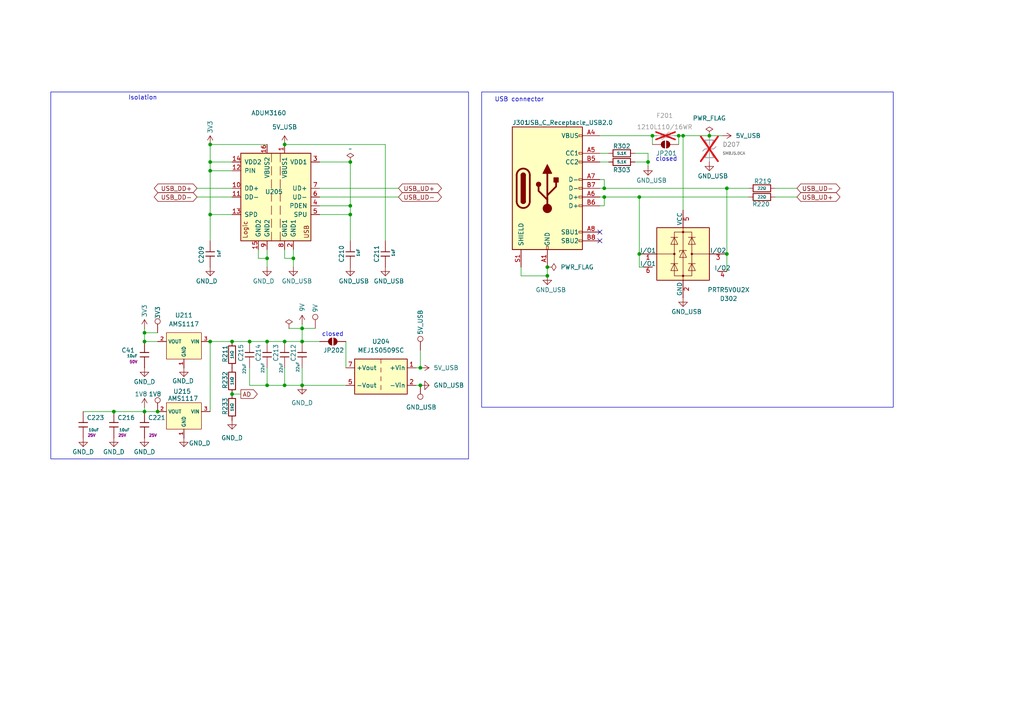
<source format=kicad_sch>
(kicad_sch (version 20250114) (generator "eeschema") (generator_version "9.0")
  (paper "A4")
  (lib_symbols
    (symbol "00_project_library:0805,1k, thinfilm" (pin_numbers (hide yes)) (pin_names (offset 0))
      (property "Reference" "R" (at 1.778 0 0))
      (property "Value" "1k" (at 0 0 90))
      (symbol "0805,1k, thinfilm_1_1"
        (pin passive line (at 0 3.81 270) (length 1.27) (name "~") (number "1"))
        (pin passive line (at 0 -3.81 90) (length 1.27) (name "~") (number "2"))
      )
    )
    (symbol "00_project_library:1206 22uF 25V" (pin_numbers (hide yes)) (pin_names (offset 0))
      (property "Reference" "C" (at 2.032 1.668 0))
      (property "Value" "22uF" (at 2.032 -0.3782 0))
      (property "Voltage Rated" "25V" (at 2.032 -2.0462 0))
      (symbol "1206 22uF 25V_1_1"
        (pin passive line (at 0 3.81 270) (length 3.175) (name "~") (number "1"))
        (pin passive line (at 0 -3.81 90) (length 3.175) (name "~") (number "2"))
      )
    )
    (symbol "00_project_library:3V3" (power) (pin_numbers (hide yes)) (pin_names (offset 0) (hide yes))
      (property "Value" "3V3" (at 0 3.556 0))
      (symbol "3V3_1_1"
        (pin power_in line (at 0 0 90) (length 0) (name "~") (number "1"))
      )
    )
    (symbol "00_project_library:5V_USB" (power) (pin_numbers (hide yes)) (pin_names (offset 0) (hide yes))
      (property "Value" "5V_USB" (at 0 3.556 0))
      (symbol "5V_USB_1_1"
        (pin power_in line (at 0 0 90) (length 0) (name "~") (number "1"))
      )
    )
    (symbol "00_project_library:9V" (power) (pin_numbers (hide yes)) (pin_names (offset 0) (hide yes))
      (property "Value" "9V" (at 0 3.556 0))
      (symbol "9V_1_1"
        (pin power_in line (at 0 0 90) (length 0) (name "~") (number "1"))
      )
    )
    (symbol "00_project_library:AMS1117-3.3"
      (property "Reference" "U" (at 0 8.89 0))
      (property "Value" "AMS1117" (at 0 6.35 0))
      (symbol "AMS1117-3.3_1_1"
        (pin input line (at -7.62 2.54 0) (length 2.54) (name "VIN") (number "3"))
        (pin input line (at 0 -5.08 90) (length 2.54) (name "GND") (number "1"))
        (pin power_out line (at 7.62 2.54 180) (length 2.54) (name "VOUT") (number "2"))
      )
    )
    (symbol "00_project_library:GND_D" (power) (pin_numbers (hide yes)) (pin_names (offset 0) (hide yes))
      (property "Value" "GND_D" (at 0 3.556 0))
      (symbol "GND_D_1_1"
        (pin power_in line (at 0 0 90) (length 0) (name "~") (number "1"))
      )
    )
    (symbol "00_project_library:GND_USB" (power) (pin_numbers (hide yes)) (pin_names (offset 0) (hide yes))
      (property "Value" "GND_USB" (at 0 3.556 0))
      (symbol "GND_USB_1_1"
        (pin power_in line (at 0 0 90) (length 0) (name "~") (number "1"))
      )
    )
    (symbol "00_project_library:MEJ1S0509SC"
      (property "Reference" "U" (at -7.62 6.35 0))
      (property "Value" "MEJ1S0509SC" (at -2.54 6.35 0))
      (symbol "MEJ1S0509SC_1_1"
        (pin power_in line (at -10.16 2.54 0) (length 2.54) (name "+Vin") (number "1"))
        (pin power_in line (at -10.16 -2.54 0) (length 2.54) (name "-Vin") (number "2"))
        (pin power_out line (at 10.16 2.54 180) (length 2.54) (name "+Vout") (number "7"))
        (pin power_out line (at 10.16 -2.54 180) (length 2.54) (name "-Vout") (number "5"))
      )
    )
    (symbol "00_project_library:USB_C_Receptacle_USB2.0" (pin_names (offset 1.016))
      (property "Reference" "J" (at -10.16 19.05 0))
      (property "Value" "USB_C_Receptacle_USB2.0" (at 19.05 19.05 0))
      (symbol "USB_C_Receptacle_USB2.0_1_1"
        (pin passive line (at -7.62 -22.86 90) (length 5.08) (name "SHIELD") (number "S1"))
        (pin passive line (at 0 -22.86 90) (length 5.08) (name "GND") (number "A1"))
        (pin passive line (at 0 -22.86 90) (length 5.08) (hide yes) (name "GND") (number "A12"))
        (pin passive line (at 0 -22.86 90) (length 5.08) (hide yes) (name "GND") (number "B1"))
        (pin passive line (at 0 -22.86 90) (length 5.08) (hide yes) (name "GND") (number "B12"))
        (pin passive line (at 15.24 15.24 180) (length 5.08) (name "VBUS") (number "A4"))
        (pin passive line (at 15.24 15.24 180) (length 5.08) (hide yes) (name "VBUS") (number "A9"))
        (pin passive line (at 15.24 15.24 180) (length 5.08) (hide yes) (name "VBUS") (number "B4"))
        (pin passive line (at 15.24 15.24 180) (length 5.08) (hide yes) (name "VBUS") (number "B9"))
        (pin bidirectional line (at 15.24 10.16 180) (length 5.08) (name "CC1") (number "A5"))
        (pin bidirectional line (at 15.24 7.62 180) (length 5.08) (name "CC2") (number "B5"))
        (pin bidirectional line (at 15.24 2.54 180) (length 5.08) (name "D-") (number "A7"))
        (pin bidirectional line (at 15.24 0 180) (length 5.08) (name "D-") (number "B7"))
        (pin bidirectional line (at 15.24 -2.54 180) (length 5.08) (name "D+") (number "A6"))
        (pin bidirectional line (at 15.24 -5.08 180) (length 5.08) (name "D+") (number "B6"))
        (pin bidirectional line (at 15.24 -12.7 180) (length 5.08) (name "SBU1") (number "A8"))
        (pin bidirectional line (at 15.24 -15.24 180) (length 5.08) (name "SBU2") (number "B8"))
      )
    )
    (symbol "01_rp2350:PRTR5V0U2X" (pin_names (offset 0))
      (property "Reference" "D" (at 2.794 8.636 0))
      (property "Value" "PRTR5V0U2X" (at 8.128 -9.398 0))
      (property "JLC" "C2937001" (at 0 0 0))
      (symbol "PRTR5V0U2X_1_0"
        (pin passive line (at -11.43 -3.81 0) (length 2.54) (name "I/O1") (number "6"))
        (pin passive line (at 12.7 -5.08 180) (length 2.54) (name "I/O2") (number "4"))
      )
      (symbol "PRTR5V0U2X_1_1"
        (pin passive line (at -12.7 0 0) (length 5.08) (name "I/O1") (number "1"))
        (pin passive line (at 0 12.7 270) (length 5.08) (name "VCC") (number "5"))
        (pin passive line (at 0 -12.7 90) (length 5.08) (name "GND") (number "2"))
        (pin passive line (at 12.7 0 180) (length 5.08) (name "I/O2") (number "3"))
      )
    )
    (symbol "Device:Polyfuse_Small" (pin_numbers (hide yes)) (pin_names (offset 0))
      (property "Reference" "F" (at -1.905 0 90))
      (property "Value" "Polyfuse_Small" (at 1.905 0 90))
      (symbol "Polyfuse_Small_1_1"
        (pin passive line (at 0 2.54 270) (length 0.635) (name "~") (number "1"))
        (pin passive line (at 0 -2.54 90) (length 0.635) (name "~") (number "2"))
      )
    )
    (symbol "Device:R" (pin_numbers (hide yes)) (pin_names (offset 0))
      (property "Reference" "R" (at 2.032 0 90))
      (property "Value" "R" (at 0 0 90))
      (symbol "R_1_1"
        (pin passive line (at 0 3.81 270) (length 1.27) (name "~") (number "1"))
        (pin passive line (at 0 -3.81 90) (length 1.27) (name "~") (number "2"))
      )
    )
    (symbol "Interface_USB:ADUM3160" (pin_names (offset 1.016))
      (property "Reference" "U" (at -10.16 13.97 0))
      (property "Value" "ADUM3160" (at 3.81 13.97 0))
      (symbol "ADUM3160_0_0"
        (text "Logic" (at 8.89 -12.065 900) (effects (font (size 1.27 1.27)) (justify left)))
      )
      (symbol "ADUM3160_1_0"
        (text "USB" (at -8.89 -12.065 900) (effects (font (size 1.27 1.27)) (justify left)))
      )
      (symbol "ADUM3160_1_1"
        (pin power_in line (at -12.7 10.16 0) (length 2.54) (name "VDD1") (number "3"))
        (pin bidirectional line (at -12.7 2.54 0) (length 2.54) (name "UD+") (number "7"))
        (pin bidirectional line (at -12.7 0 0) (length 2.54) (name "UD-") (number "6"))
        (pin input line (at -12.7 -2.54 0) (length 2.54) (name "PDEN") (number "4"))
        (pin input line (at -12.7 -5.08 0) (length 2.54) (name "SPU") (number "5"))
        (pin power_in line (at -5.08 -15.24 90) (length 2.54) (name "GND1") (number "2"))
        (pin power_in line (at -2.54 15.24 270) (length 2.54) (name "VBUS1") (number "1"))
        (pin power_in line (at -2.54 -15.24 90) (length 2.54) (name "GND1") (number "8"))
        (pin power_in line (at 2.54 15.24 270) (length 2.54) (name "VBUS2") (number "16"))
        (pin power_in line (at 2.54 -15.24 90) (length 2.54) (name "GND2") (number "9"))
        (pin power_in line (at 5.08 -15.24 90) (length 2.54) (name "GND2") (number "15"))
        (pin power_in line (at 12.7 10.16 180) (length 2.54) (name "VDD2") (number "14"))
        (pin input line (at 12.7 7.62 180) (length 2.54) (name "PIN") (number "12"))
        (pin bidirectional line (at 12.7 2.54 180) (length 2.54) (name "DD+") (number "10"))
        (pin bidirectional line (at 12.7 0 180) (length 2.54) (name "DD-") (number "11"))
        (pin input line (at 12.7 -5.08 180) (length 2.54) (name "SPD") (number "13"))
      )
    )
    (symbol "Jumper:SolderJumper_2_Open" (pin_numbers (hide yes)) (pin_names (offset 0) (hide yes)) (in_bom no)
      (property "Reference" "JP" (at 0 2.032 0))
      (property "Value" "SolderJumper_2_Open" (at 0 -2.54 0))
      (symbol "SolderJumper_2_Open_1_1"
        (pin passive line (at -3.81 0 0) (length 2.54) (name "A") (number "1"))
        (pin passive line (at 3.81 0 180) (length 2.54) (name "B") (number "2"))
      )
    )
    (symbol "Loetauge_fuer_Kabel_1" (pin_numbers (hide yes)) (pin_names (offset 0.762) (hide yes))
      (property "Value" "Loetauge_fuer_Kabel" (at 0 5.08 0))
      (symbol "Loetauge_fuer_Kabel_1_1_1"
        (pin passive line (at 0 0 90) (length 2.54) (name "1") (number "1"))
      )
    )
    (symbol "PCM_JLCPCB-Capacitors:0603,10uF,(2)" (pin_numbers (hide yes)) (pin_names (offset 0))
      (property "Reference" "C" (at 2.032 1.668 0))
      (property "Value" "10uF" (at 2.032 -0.3782 0))
      (property "Voltage Rated" "25V" (at 2.032 -2.0462 0))
      (symbol "0603,10uF,(2)_1_1"
        (pin passive line (at 0 3.81 270) (length 3.175) (name "~") (number "1"))
        (pin passive line (at 0 -3.81 90) (length 3.175) (name "~") (number "2"))
      )
    )
    (symbol "PCM_JLCPCB-Capacitors:0805,10uF,(2)" (pin_numbers (hide yes)) (pin_names (offset 0))
      (property "Reference" "C" (at 2.032 1.668 0))
      (property "Value" "10uF" (at 2.032 -0.3782 0))
      (property "Voltage Rated" "50V" (at 2.032 -2.0462 0))
      (symbol "0805,10uF,(2)_1_1"
        (pin passive line (at 0 3.81 270) (length 3.175) (name "~") (number "1"))
        (pin passive line (at 0 -3.81 90) (length 3.175) (name "~") (number "2"))
      )
    )
    (symbol "PCM_JLCPCB-Capacitors:0805,1uF" (pin_numbers (hide yes)) (pin_names (offset 0))
      (property "Reference" "C" (at 2.032 1.668 0))
      (property "Value" "1uF" (at 2.032 -0.3782 0))
      (property "Voltage Rated" "50V" (at 2.032 -2.0462 0))
      (symbol "0805,1uF_1_1"
        (pin passive line (at 0 3.81 270) (length 3.175) (name "~") (number "1"))
        (pin passive line (at 0 -3.81 90) (length 3.175) (name "~") (number "2"))
      )
    )
    (symbol "PCM_JLCPCB-Diodes:TVS-Bi,SMBJ5.0CA" (pin_numbers (hide yes)) (pin_names (offset 0))
      (property "Reference" "D" (at 2.032 0.834 0))
      (property "Value" "SMBJ5.0CA" (at 2.032 -1.2122 0))
      (symbol "TVS-Bi,SMBJ5.0CA_1_1"
        (pin passive line (at 0 3.81 270) (length 3.81) (name "~") (number "2"))
        (pin passive line (at 0 -3.81 90) (length 3.81) (name "~") (number "1"))
      )
    )
    (symbol "PCM_JLCPCB-Resistors:0402,22Ω" (pin_numbers (hide yes)) (pin_names (offset 0))
      (property "Reference" "R" (at 1.778 0 0))
      (property "Value" "22Ω" (at 0 0 90))
      (symbol "0402,22Ω_1_1"
        (pin passive line (at 0 3.81 270) (length 1.27) (name "~") (number "1"))
        (pin passive line (at 0 -3.81 90) (length 1.27) (name "~") (number "2"))
      )
    )
    (symbol "power:PWR_FLAG" (power) (pin_numbers (hide yes)) (pin_names (offset 0) (hide yes))
      (property "Value" "PWR_FLAG" (at 0 3.81 0))
      (symbol "PWR_FLAG_0_0"
        (pin power_out line (at 0 0 90) (length 0) (name "~") (number "1"))
      )
    )
  )
  (rectangle (start 139.7 26.67) (end 259.08 118.11))
  (rectangle (start 14.732 26.67) (end 135.89 133.096))
  (text "closed" (at 193.294 46.228 0) (effects (font (size 1.27 1.27))))
  (text "USB connector" (at 150.622 28.956 0) (effects (font (size 1.27 1.27))))
  (text "closed" (at 96.52 97.028 0) (effects (font (size 1.27 1.27))))
  (text "Isolation" (at 41.402 28.448 0) (effects (font (size 1.27 1.27))))
  (junction (at 101.6 59.69))
  (junction (at 175.26 57.15))
  (junction (at 87.63 111.76))
  (junction (at 82.55 111.76))
  (junction (at 33.02 119.38))
  (junction (at 101.6 46.99))
  (junction (at 101.6 62.23))
  (junction (at 60.96 41.91))
  (junction (at 41.91 96.52))
  (junction (at 67.31 99.06))
  (junction (at 158.75 77.47))
  (junction (at 185.42 57.15))
  (junction (at 72.39 99.06))
  (junction (at 196.85 39.37))
  (junction (at 77.47 99.06))
  (junction (at 60.96 62.23))
  (junction (at 67.31 114.3))
  (junction (at 41.91 119.38))
  (junction (at 189.23 39.37))
  (junction (at 210.82 73.66))
  (junction (at 41.91 99.06))
  (junction (at 187.96 46.99))
  (junction (at 60.96 46.99))
  (junction (at 82.55 99.06))
  (junction (at 87.63 99.06))
  (junction (at 205.74 39.37))
  (junction (at 77.47 111.76))
  (junction (at 175.26 54.61))
  (junction (at 210.82 54.61))
  (junction (at 87.63 95.25))
  (junction (at 82.55 41.91))
  (junction (at 60.96 99.06))
  (junction (at 158.75 80.01))
  (junction (at 185.42 73.66))
  (junction (at 60.96 49.53))
  (junction (at 45.72 119.38))
  (junction (at 121.92 106.68))
  (junction (at 198.12 39.37))
  (junction (at 77.47 74.93))
  (junction (at 85.09 74.93))
  (junction (at 121.92 111.76))
  (no_connect (at 173.99 69.85))
  (no_connect (at 173.99 67.31))
  (wire (pts (xy 101.6 62.23) (xy 92.71 62.23)))
  (wire (pts (xy 173.99 46.99) (xy 176.53 46.99)))
  (wire (pts (xy 82.55 111.76) (xy 82.55 106.68)))
  (wire (pts (xy 87.63 95.25) (xy 91.44 95.25)))
  (wire (pts (xy 83.82 95.25) (xy 87.63 95.25)))
  (wire (pts (xy 87.63 111.76) (xy 100.33 111.76)))
  (wire (pts (xy 72.39 111.76) (xy 77.47 111.76)))
  (wire (pts (xy 87.63 93.98) (xy 87.63 95.25)))
  (wire (pts (xy 173.99 39.37) (xy 189.23 39.37)))
  (wire (pts (xy 41.91 95.25) (xy 41.91 96.52)))
  (wire (pts (xy 92.71 46.99) (xy 101.6 46.99)))
  (wire (pts (xy 184.15 46.99) (xy 187.96 46.99)))
  (wire (pts (xy 121.92 106.68) (xy 120.65 106.68)))
  (wire (pts (xy 101.6 59.69) (xy 101.6 62.23)))
  (wire (pts (xy 187.96 44.45) (xy 187.96 46.99)))
  (wire (pts (xy 196.85 39.37) (xy 196.85 41.91)))
  (wire (pts (xy 217.17 54.61) (xy 210.82 54.61)))
  (wire (pts (xy 60.96 41.91) (xy 60.96 46.99)))
  (wire (pts (xy 60.96 46.99) (xy 60.96 49.53)))
  (wire (pts (xy 173.99 54.61) (xy 175.26 54.61)))
  (wire (pts (xy 60.96 119.38) (xy 60.96 99.06)))
  (wire (pts (xy 82.55 74.93) (xy 85.09 74.93)))
  (wire (pts (xy 72.39 99.06) (xy 77.47 99.06)))
  (wire (pts (xy 82.55 72.39) (xy 82.55 74.93)))
  (wire (pts (xy 198.12 39.37) (xy 205.74 39.37)))
  (wire (pts (xy 60.96 62.23) (xy 67.31 62.23)))
  (wire (pts (xy 231.14 54.61) (xy 224.79 54.61)))
  (wire (pts (xy 196.85 39.37) (xy 198.12 39.37)))
  (wire (pts (xy 111.76 41.91) (xy 111.76 69.85)))
  (wire (pts (xy 92.71 59.69) (xy 101.6 59.69)))
  (wire (pts (xy 121.92 111.76) (xy 120.65 111.76)))
  (wire (pts (xy 87.63 111.76) (xy 87.63 106.68)))
  (wire (pts (xy 158.75 77.47) (xy 158.75 80.01)))
  (wire (pts (xy 82.55 99.06) (xy 87.63 99.06)))
  (wire (pts (xy 85.09 72.39) (xy 85.09 74.93)))
  (wire (pts (xy 60.96 49.53) (xy 67.31 49.53)))
  (wire (pts (xy 60.96 41.91) (xy 77.47 41.91)))
  (wire (pts (xy 24.13 119.38) (xy 33.02 119.38)))
  (wire (pts (xy 173.99 59.69) (xy 175.26 59.69)))
  (wire (pts (xy 41.91 96.52) (xy 45.72 96.52)))
  (wire (pts (xy 173.99 52.07) (xy 175.26 52.07)))
  (wire (pts (xy 185.42 77.47) (xy 185.42 73.66)))
  (wire (pts (xy 196.85 39.37) (xy 195.58 39.37)))
  (wire (pts (xy 33.02 119.38) (xy 41.91 119.38)))
  (wire (pts (xy 60.96 62.23) (xy 60.96 69.85)))
  (wire (pts (xy 189.23 39.37) (xy 190.5 39.37)))
  (wire (pts (xy 173.99 57.15) (xy 175.26 57.15)))
  (wire (pts (xy 151.13 77.47) (xy 151.13 80.01)))
  (wire (pts (xy 187.96 46.99) (xy 187.96 48.26)))
  (wire (pts (xy 77.47 111.76) (xy 82.55 111.76)))
  (wire (pts (xy 69.85 114.3) (xy 67.31 114.3)))
  (wire (pts (xy 231.14 57.15) (xy 224.79 57.15)))
  (wire (pts (xy 67.31 46.99) (xy 60.96 46.99)))
  (wire (pts (xy 74.93 72.39) (xy 74.93 74.93)))
  (wire (pts (xy 41.91 118.11) (xy 41.91 119.38)))
  (wire (pts (xy 210.82 73.66) (xy 210.82 78.74)))
  (wire (pts (xy 175.26 57.15) (xy 185.42 57.15)))
  (wire (pts (xy 72.39 106.68) (xy 72.39 111.76)))
  (wire (pts (xy 100.33 99.06) (xy 100.33 106.68)))
  (wire (pts (xy 87.63 95.25) (xy 87.63 99.06)))
  (wire (pts (xy 92.71 57.15) (xy 115.57 57.15)))
  (wire (pts (xy 175.26 59.69) (xy 175.26 57.15)))
  (wire (pts (xy 210.82 54.61) (xy 175.26 54.61)))
  (wire (pts (xy 101.6 46.99) (xy 101.6 59.69)))
  (wire (pts (xy 82.55 111.76) (xy 87.63 111.76)))
  (wire (pts (xy 41.91 99.06) (xy 45.72 99.06)))
  (wire (pts (xy 87.63 99.06) (xy 92.71 99.06)))
  (wire (pts (xy 121.92 101.6) (xy 121.92 106.68)))
  (wire (pts (xy 60.96 99.06) (xy 67.31 99.06)))
  (wire (pts (xy 67.31 99.06) (xy 72.39 99.06)))
  (wire (pts (xy 210.82 54.61) (xy 210.82 73.66)))
  (wire (pts (xy 57.15 54.61) (xy 67.31 54.61)))
  (wire (pts (xy 185.42 57.15) (xy 185.42 73.66)))
  (wire (pts (xy 57.15 57.15) (xy 67.31 57.15)))
  (wire (pts (xy 74.93 74.93) (xy 77.47 74.93)))
  (wire (pts (xy 175.26 52.07) (xy 175.26 54.61)))
  (wire (pts (xy 111.76 41.91) (xy 82.55 41.91)))
  (wire (pts (xy 151.13 80.01) (xy 158.75 80.01)))
  (wire (pts (xy 184.15 44.45) (xy 187.96 44.45)))
  (wire (pts (xy 41.91 96.52) (xy 41.91 99.06)))
  (wire (pts (xy 77.47 111.76) (xy 77.47 106.68)))
  (wire (pts (xy 85.09 74.93) (xy 85.09 77.47)))
  (wire (pts (xy 60.96 49.53) (xy 60.96 62.23)))
  (wire (pts (xy 41.91 119.38) (xy 45.72 119.38)))
  (wire (pts (xy 77.47 72.39) (xy 77.47 74.93)))
  (wire (pts (xy 189.23 39.37) (xy 189.23 41.91)))
  (wire (pts (xy 185.42 57.15) (xy 217.17 57.15)))
  (wire (pts (xy 198.12 39.37) (xy 198.12 60.96)))
  (wire (pts (xy 77.47 99.06) (xy 82.55 99.06)))
  (wire (pts (xy 173.99 44.45) (xy 176.53 44.45)))
  (wire (pts (xy 77.47 74.93) (xy 77.47 77.47)))
  (wire (pts (xy 101.6 62.23) (xy 101.6 69.85)))
  (wire (pts (xy 205.74 39.37) (xy 209.55 39.37)))
  (wire (pts (xy 186.69 77.47) (xy 185.42 77.47)))
  (wire (pts (xy 92.71 54.61) (xy 115.57 54.61)))
  (global_label "USB_DD-" (shape bidirectional) (at 57.15 57.15 180) (property "Intersheetrefs" "${INTERSHEET_REFS}" (effects (hide yes))))
  (global_label "USB_UD+" (shape bidirectional) (at 115.57 54.61 0) (property "Intersheetrefs" "${INTERSHEET_REFS}" (effects (hide yes))))
  (global_label "USB_UD+" (shape bidirectional) (at 231.14 57.15 0) (property "Intersheetrefs" "${INTERSHEET_REFS}" (effects (hide yes))))
  (global_label "USB_DD+" (shape bidirectional) (at 57.15 54.61 180) (property "Intersheetrefs" "${INTERSHEET_REFS}" (effects (hide yes))))
  (global_label "AD" (shape output) (at 69.85 114.3 0) (property "Intersheetrefs" "${INTERSHEET_REFS}" (effects (hide yes))))
  (global_label "USB_UD-" (shape bidirectional) (at 231.14 54.61 0) (property "Intersheetrefs" "${INTERSHEET_REFS}" (effects (hide yes))))
  (global_label "USB_UD-" (shape bidirectional) (at 115.57 57.15 0) (property "Intersheetrefs" "${INTERSHEET_REFS}" (effects (hide yes))))
  (symbol (lib_id "00_project_library:GND_USB") (at 198.12 86.36 180) (unit 1)
    (property "Reference" "#PWR0273" (effects (hide yes)))
    (property "Value" "GND_USB" (at 199.136 90.424 0))
  )
  (symbol (lib_id "00_project_library:AMS1117-3.3") (at 53.34 101.6 0) (mirror y) (unit 1)
    (property "Reference" "U211" (at 53.34 91.44 0))
    (property "Value" "AMS1117" (at 53.34 93.98 0))
    (property "Footprint" "00_project_library:SOT-223-3_TabPin2" (effects (hide yes)))
    (property "Datasheet" "https://www.lcsc.com/datasheet/lcsc_datasheet_2304140030_Advanced-Monolithic-Systems-AMS1117-3-3_C6186.pdf" (effects (hide yes)))
    (property "Description" "72dB@(120Hz) 1A Fixed 3.3V Positive electrode SOT-223 Voltage Regulators - Linear, Low Drop Out (LDO) Regulators ROHS" (effects (hide yes)))
    (property "LCSC" "C6186" (effects (hide yes)))
    (property "Price" "0.155USD" (effects (hide yes)))
    (property "Process" "SMT" (effects (hide yes)))
    (property "Attrition Qty" "0" (effects (hide yes)))
    (property "Class" "Basic Component" (effects (hide yes)))
    (property "Category" "Power Management ICs,Linear Voltage Regulators (LDO)" (effects (hide yes)))
    (property "Manufacturer" "Advanced Monolithic Systems" (effects (hide yes)))
    (property "Part" "AMS1117-3.3" (effects (hide yes)))
    (property "Number Of Outputs" "1" (effects (hide yes)))
    (property "Output Voltage" "3.3V" (effects (hide yes)))
    (property "Dropout Voltage" "1.3V@(800mA)" (effects (hide yes)))
    (property "Output Current" "1A" (effects (hide yes)))
    (property "Output Type" "Fixed" (effects (hide yes)))
    (property "Output Polarity" "Positive electrode" (effects (hide yes)))
    (property "Power Supply Rejection Ratio (Psrr)" "72dB@(120Hz)" (effects (hide yes)))
    (property "Feature" "Overcurrent Protection(OCP);Thermal Protection(TSD)" (effects (hide yes)))
  )
  (symbol (lib_id "00_project_library:GND_D") (at 53.34 127 180) (unit 1)
    (property "Reference" "#PWRGND_D0238" (effects (hide yes)))
    (property "Value" "GND_D" (at 57.912 128.524 0))
  )
  (symbol (lib_id "00_project_library:9V") (at 87.63 93.98 0) (unit 1)
    (property "Reference" "#PWR0231" (effects (hide yes)))
    (property "Value" "9V" (at 87.63 90.424 90) (effects (justify left)))
  )
  (symbol (lib_id "PCM_JLCPCB-Capacitors:0805,1uF") (at 101.6 73.66 0) (unit 1)
    (property "Reference" "C210" (at 99.06 76.2 90) (effects (justify left)))
    (property "Value" "1uF" (at 103.886 74.422 90) (effects (font (size 0.8 0.8)) (justify left)))
    (property "Footprint" "PCM_JLCPCB:C_0805" (effects (hide yes)))
    (property "Datasheet" "https://www.lcsc.com/datasheet/lcsc_datasheet_2304140030_Samsung-Electro-Mechanics-CL21B105KBFNNNE_C28323.pdf" (effects (hide yes)))
    (property "Description" "50V 1uF X7R ±10% 0805 Multilayer Ceramic Capacitors MLCC - SMD/SMT ROHS" (effects (hide yes)))
    (property "LCSC" "C28323" (effects (hide yes)))
    (property "Stock" "4413013" (effects (hide yes)))
    (property "Price" "0.011USD" (effects (hide yes)))
    (property "Process" "SMT" (effects (hide yes)))
    (property "Minimum Qty" "20" (effects (hide yes)))
    (property "Attrition Qty" "6" (effects (hide yes)))
    (property "Class" "Basic Component" (effects (hide yes)))
    (property "Category" "Capacitors,Multilayer Ceramic Capacitors MLCC - SMD/SMT" (effects (hide yes)))
    (property "Manufacturer" "Samsung Electro-Mechanics" (effects (hide yes)))
    (property "Part" "CL21B105KBFNNNE" (effects (hide yes)))
    (property "Voltage Rated" "50V" (effects (hide yes)))
    (property "Tolerance" "±10%" (effects (hide yes)))
    (property "Capacitance" "1uF" (effects (hide yes)))
    (property "Temperature Coefficient" "X7R" (effects (hide yes)))
  )
  (symbol (lib_id "00_project_library:1206 22uF 25V") (at 82.55 102.87 0) (unit 1)
    (property "Reference" "C213" (at 80.01 104.902 90) (effects (justify left)))
    (property "Value" "22uF" (at 81.534 108.204 90) (effects (font (size 0.8 0.8)) (justify left)))
    (property "Footprint" "PCM_JLCPCB:C_1206" (effects (hide yes)))
    (property "Datasheet" "https://www.lcsc.com/datasheet/lcsc_datasheet_2304140030_Samsung-Electro-Mechanics-CL31A476MPHNNNE_C96123.pdf" (effects (hide yes)))
    (property "Description" "10V 47uF X5R ±20% 1206 Multilayer Ceramic Capacitors MLCC - SMD/SMT ROHS" (effects (hide yes)))
    (property "LCSC" "C12891" (effects (hide yes)))
    (property "Part" "CL31A226KAHNNNE" (effects (hide yes)))
    (property "Voltage Rated" "25V" (effects (hide yes)))
  )
  (symbol (lib_id "00_project_library:GND_D") (at 67.31 121.92 180) (unit 1)
    (property "Reference" "#PWRGND_D0205" (effects (hide yes)))
    (property "Value" "GND_D" (at 67.31 127 0))
  )
  (symbol (lib_id "00_project_library:GND_D") (at 87.63 111.76 180) (unit 1)
    (property "Reference" "#PWRGND_D0201" (effects (hide yes)))
    (property "Value" "GND_D" (at 87.63 116.84 0))
  )
  (symbol (lib_id "00_project_library:GND_USB") (at 111.76 77.47 180) (unit 1)
    (property "Reference" "#PWR0226" (effects (hide yes)))
    (property "Value" "GND_USB" (at 112.776 81.534 0))
  )
  (symbol (lib_id "00_project_library:5V_USB") (at 82.55 41.91 0) (unit 1)
    (property "Reference" "#PWR0222" (effects (hide yes)))
    (property "Value" "5V_USB" (at 82.55 36.83 0))
  )
  (symbol (lib_id "00_project_library:3V3") (at 41.91 118.11 0) (unit 1)
    (property "Reference" "#PWR0294" (effects (hide yes)))
    (property "Value" "1V8" (at 40.894 114.3 0))
  )
  (symbol (lib_id "00_project_library:AMS1117-3.3") (at 53.34 121.92 0) (mirror y) (unit 1)
    (property "Reference" "U215" (at 52.832 113.538 0))
    (property "Value" "AMS1117" (at 53.086 115.57 0))
    (property "Footprint" "00_project_library:SOT-223-3_TabPin2" (effects (hide yes)))
    (property "LCSC" " C6185" (effects (hide yes)))
  )
  (symbol (lib_id "power:PWR_FLAG") (at 101.6 46.99 0) (unit 1)
    (property "Reference" "#FLG0306" (effects (hide yes)))
    (property "Value" "~" (at 101.6 43.18 0))
    (property "Description" "Special symbol for telling ERC where power comes from" (effects (hide yes)))
  )
  (symbol (lib_id "00_project_library:3V3") (at 41.91 95.25 0) (unit 1)
    (property "Reference" "#PWR0227" (effects (hide yes)))
    (property "Value" "3V3" (at 41.91 90.17 90))
  )
  (symbol (lib_id "PCM_JLCPCB-Capacitors:0603,10uF,(2)") (at 24.13 123.19 0) (unit 1)
    (property "Reference" "C223" (at 25.146 121.158 0) (effects (justify left)))
    (property "Value" "10uF" (at 25.654 124.714 0) (effects (font (size 0.8 0.8)) (justify left)))
    (property "Footprint" "PCM_JLCPCB:C_0603" (effects (hide yes)))
    (property "Datasheet" "https://www.lcsc.com/datasheet/lcsc_datasheet_2304140030_Samsung-Electro-Mechanics-CL10A106MA8NRNC_C96446.pdf" (effects (hide yes)))
    (property "Description" "25V 10uF X5R ±20% 0603 Multilayer Ceramic Capacitors MLCC - SMD/SMT ROHS" (effects (hide yes)))
    (property "LCSC" "C96446" (effects (hide yes)))
    (property "Stock" "2813815" (effects (hide yes)))
    (property "Price" "0.017USD" (effects (hide yes)))
    (property "Process" "SMT" (effects (hide yes)))
    (property "Minimum Qty" "20" (effects (hide yes)))
    (property "Attrition Qty" "8" (effects (hide yes)))
    (property "Class" "Basic Component" (effects (hide yes)))
    (property "Category" "Capacitors,Multilayer Ceramic Capacitors MLCC - SMD/SMT" (effects (hide yes)))
    (property "Manufacturer" "Samsung Electro-Mechanics" (effects (hide yes)))
    (property "Part" "CL10A106MA8NRNC" (effects (hide yes)))
    (property "Voltage Rated" "25V" (at 25.4 126.238 0) (effects (font (size 0.8 0.8)) (justify left)))
    (property "Tolerance" "±20%" (effects (hide yes)))
    (property "Capacitance" "10uF" (effects (hide yes)))
    (property "Temperature Coefficient" "X5R" (effects (hide yes)))
  )
  (symbol (lib_id "00_project_library:GND_USB") (at 121.92 111.76 270) (unit 1)
    (property "Reference" "#PWR0242" (effects (hide yes)))
    (property "Value" "GND_USB" (at 125.73 111.7599 90) (effects (justify left)))
  )
  (symbol (lib_id "00_project_library:0805,1k, thinfilm") (at 67.31 118.11 0) (unit 1)
    (property "Reference" "R233" (at 65.278 117.856 90))
    (property "Value" "1kΩ" (at 67.31 118.11 90) (effects (font (size 0.8 0.8))))
    (property "Footprint" "PCM_JLCPCB:R_0805" (effects (hide yes)))
    (property "JLC" "C110774" (effects (hide yes)))
  )
  (symbol (lib_id "00_project_library:GND_D") (at 33.02 127 180) (unit 1)
    (property "Reference" "#PWRGND_D0219" (effects (hide yes)))
    (property "Value" "GND_D" (at 33.02 131.064 0))
  )
  (symbol (lib_id "PCM_JLCPCB-Resistors:0402,22Ω") (at 220.98 57.15 90) (unit 1)
    (property "Reference" "R220" (at 220.726 59.182 90))
    (property "Value" "22Ω" (at 220.98 57.15 90) (effects (font (size 0.8 0.8))))
    (property "Footprint" "PCM_JLCPCB:R_0402" (effects (hide yes)))
    (property "Datasheet" "https://www.lcsc.com/datasheet/lcsc_datasheet_2205311900_UNI-ROYAL-Uniroyal-Elec-0402WGF220JTCE_C25092.pdf" (effects (hide yes)))
    (property "Description" "62.5mW Thick Film Resistors 50V ±1% ±100ppm/°C 22Ω 0402 Chip Resistor - Surface Mount ROHS" (effects (hide yes)))
    (property "LCSC" "C25092" (effects (hide yes)))
    (property "Stock" "2056349" (effects (hide yes)))
    (property "Price" "0.004USD" (effects (hide yes)))
    (property "Process" "SMT" (effects (hide yes)))
    (property "Minimum Qty" "20" (effects (hide yes)))
    (property "Attrition Qty" "10" (effects (hide yes)))
    (property "Class" "Basic Component" (effects (hide yes)))
    (property "Category" "Resistors,Chip Resistor - Surface Mount" (effects (hide yes)))
    (property "Manufacturer" "UNI-ROYAL(Uniroyal Elec)" (effects (hide yes)))
    (property "Part" "0402WGF220JTCE" (effects (hide yes)))
    (property "Resistance" "22Ω" (effects (hide yes)))
    (property "Power(Watts)" "62.5mW" (effects (hide yes)))
    (property "Type" "Thick Film Resistors" (effects (hide yes)))
    (property "Overload Voltage (Max)" "50V" (effects (hide yes)))
    (property "Operating Temperature Range" "-55°C~+155°C" (effects (hide yes)))
    (property "Tolerance" "±1%" (effects (hide yes)))
    (property "Temperature Coefficient" "±100ppm/°C" (effects (hide yes)))
  )
  (symbol (lib_id "00_project_library:USB_C_Receptacle_USB2.0") (at 158.75 54.61 0) (unit 1)
    (property "Reference" "J301" (at 148.59 35.56 0) (effects (justify left)))
    (property "Value" "USB_C_Receptacle_USB2.0" (at 177.8 35.56 0) (effects (justify right)))
    (property "Footprint" "00_project_library:USB_C_Receptacle_Palconn_UTC16-G" (effects (hide yes)))
    (property "Datasheet" "https://www.usb.org/sites/default/files/documents/usb_type-c.zip" (effects (hide yes)))
    (property "JLC" "C165948" (effects (hide yes)))
    (property "DigiKey" "https://www.digikey.com/en/products/detail/gct/USB4105-GF-A/11198441" (effects (hide yes)))
    (property "Digikey" "https://www.digikey.com/en/products/detail/gct/USB4105-GF-A/11198441" (effects (hide yes)))
  )
  (symbol (lib_id "00_project_library:0805,1k, thinfilm") (at 67.31 102.87 0) (unit 1)
    (property "Reference" "R211" (at 65.278 102.616 90))
    (property "Value" "1kΩ" (at 67.31 102.87 90) (effects (font (size 0.8 0.8))))
    (property "Footprint" "PCM_JLCPCB:R_0805" (effects (hide yes)))
    (property "JLC" "C110774" (effects (hide yes)))
  )
  (symbol (lib_id "00_project_library:5V_USB") (at 209.55 39.37 270) (unit 1)
    (property "Reference" "#PWR0248" (effects (hide yes)))
    (property "Value" "5V_USB" (at 213.36 39.3699 90) (effects (justify left)))
  )
  (symbol (lib_id "00_project_library:GND_USB") (at 205.74 46.99 180) (unit 1)
    (property "Reference" "#PWR0305" (effects (hide yes)))
    (property "Value" "GND_USB" (at 206.756 51.054 0))
  )
  (symbol (lib_id "PCM_JLCPCB-Capacitors:0805,10uF,(2)") (at 41.91 102.87 0) (mirror y) (unit 1)
    (property "Reference" "C41" (at 39.116 101.6 0) (effects (justify left)))
    (property "Value" "10uF" (at 39.878 103.2482 0) (effects (font (size 0.8 0.8)) (justify left)))
    (property "Footprint" "PCM_JLCPCB:C_0805" (effects (hide yes)))
    (property "Datasheet" "https://www.lcsc.com/datasheet/lcsc_datasheet_2411041759_Murata-Electronics-GRM21BR61H106KE43L_C440198.pdf" (effects (hide yes)))
    (property "Description" "50V 10uF X5R ±10% 0805 Multilayer Ceramic Capacitors MLCC - SMD/SMT ROHS" (effects (hide yes)))
    (property "JLC" "C440198" (effects (hide yes)))
    (property "LCSC" "C440198" (effects (hide yes)))
    (property "Stock" "665576" (effects (hide yes)))
    (property "Price" "0.067USD" (effects (hide yes)))
    (property "Process" "SMT" (effects (hide yes)))
    (property "Minimum Qty" "5" (effects (hide yes)))
    (property "Attrition Qty" "4" (effects (hide yes)))
    (property "Class" "Basic Component" (effects (hide yes)))
    (property "Category" "Capacitors,Multilayer Ceramic Capacitors MLCC - SMD/SMT" (effects (hide yes)))
    (property "Manufacturer" "Murata Electronics" (effects (hide yes)))
    (property "Part" "GRM21BR61H106KE43L" (effects (hide yes)))
    (property "Voltage Rated" "50V" (at 39.878 104.9162 0) (effects (font (size 0.8 0.8)) (justify left)))
    (property "Tolerance" "±10%" (effects (hide yes)))
    (property "Capacitance" "10uF" (effects (hide yes)))
    (property "Temperature Coefficient" "X5R" (effects (hide yes)))
  )
  (symbol (lib_id "00_project_library:GND_USB") (at 85.09 77.47 180) (unit 1)
    (property "Reference" "#PWR0221" (effects (hide yes)))
    (property "Value" "GND_USB" (at 86.106 81.534 0))
  )
  (symbol (lib_name "Loetauge_fuer_Kabel_1") (lib_id "00_project_library:Loetauge_fuer_Kabel") (at 45.72 119.38 0) (unit 1)
    (property "Reference" "IN_P211" (effects (hide yes)))
    (property "Value" "1V8" (at 44.958 114.3 0))
    (property "Footprint" "00_project_library:octoprobe_breakout_PB" (effects (hide yes)))
    (property "Description" "test point" (effects (hide yes)))
  )
  (symbol (lib_name "Loetauge_fuer_Kabel_1") (lib_id "00_project_library:Loetauge_fuer_Kabel") (at 91.44 95.25 0) (unit 1)
    (property "Reference" "IN_P204" (effects (hide yes)))
    (property "Value" "9V" (at 91.44 89.408 90))
    (property "Footprint" "00_project_library:octoprobe_breakout_PB" (effects (hide yes)))
    (property "Description" "test point" (effects (hide yes)))
  )
  (symbol (lib_id "PCM_JLCPCB-Capacitors:0603,10uF,(2)") (at 41.91 123.19 0) (unit 1)
    (property "Reference" "C221" (at 42.926 121.158 0) (effects (justify left)))
    (property "Value" "10uF" (effects (hide yes)))
    (property "Footprint" "PCM_JLCPCB:C_0603" (effects (hide yes)))
    (property "Datasheet" "https://www.lcsc.com/datasheet/lcsc_datasheet_2304140030_Samsung-Electro-Mechanics-CL10A106MA8NRNC_C96446.pdf" (effects (hide yes)))
    (property "Description" "25V 10uF X5R ±20% 0603 Multilayer Ceramic Capacitors MLCC - SMD/SMT ROHS" (effects (hide yes)))
    (property "LCSC" "C96446" (effects (hide yes)))
    (property "Stock" "2813815" (effects (hide yes)))
    (property "Price" "0.017USD" (effects (hide yes)))
    (property "Process" "SMT" (effects (hide yes)))
    (property "Minimum Qty" "20" (effects (hide yes)))
    (property "Attrition Qty" "8" (effects (hide yes)))
    (property "Class" "Basic Component" (effects (hide yes)))
    (property "Category" "Capacitors,Multilayer Ceramic Capacitors MLCC - SMD/SMT" (effects (hide yes)))
    (property "Manufacturer" "Samsung Electro-Mechanics" (effects (hide yes)))
    (property "Part" "CL10A106MA8NRNC" (effects (hide yes)))
    (property "Voltage Rated" "25V" (at 43.18 126.238 0) (effects (font (size 0.8 0.8)) (justify left)))
    (property "Tolerance" "±20%" (effects (hide yes)))
    (property "Capacitance" "10uF" (effects (hide yes)))
    (property "Temperature Coefficient" "X5R" (effects (hide yes)))
  )
  (symbol (lib_id "power:PWR_FLAG") (at 158.75 77.47 270) (unit 1)
    (property "Reference" "#FLG0301" (effects (hide yes)))
    (property "Value" "PWR_FLAG" (at 162.56 77.4699 90) (effects (justify left)))
    (property "Description" "Special symbol for telling ERC where power comes from" (effects (hide yes)))
  )
  (symbol (lib_id "00_project_library:1206 22uF 25V") (at 87.63 102.87 0) (unit 1)
    (property "Reference" "C212" (at 85.09 104.902 90) (effects (justify left)))
    (property "Value" "22uF" (at 86.36 107.95 90) (effects (font (size 0.8 0.8)) (justify left)))
    (property "Footprint" "PCM_JLCPCB:C_1206" (effects (hide yes)))
    (property "Datasheet" "https://www.lcsc.com/datasheet/lcsc_datasheet_2304140030_Samsung-Electro-Mechanics-CL31A476MPHNNNE_C96123.pdf" (effects (hide yes)))
    (property "Description" "10V 47uF X5R ±20% 1206 Multilayer Ceramic Capacitors MLCC - SMD/SMT ROHS" (effects (hide yes)))
    (property "LCSC" "C12891" (effects (hide yes)))
    (property "Part" "CL31A226KAHNNNE" (effects (hide yes)))
    (property "Voltage Rated" "25V" (effects (hide yes)))
  )
  (symbol (lib_id "00_project_library:GND_D") (at 41.91 127 180) (unit 1)
    (property "Reference" "#PWRGND_D0239" (effects (hide yes)))
    (property "Value" "GND_D" (at 41.91 131.064 0))
  )
  (symbol (lib_id "PCM_JLCPCB-Capacitors:0603,10uF,(2)") (at 33.02 123.19 0) (unit 1)
    (property "Reference" "C216" (at 34.036 121.158 0) (effects (justify left)))
    (property "Value" "10uF" (at 34.544 124.714 0) (effects (font (size 0.8 0.8)) (justify left)))
    (property "Footprint" "PCM_JLCPCB:C_0603" (effects (hide yes)))
    (property "Datasheet" "https://www.lcsc.com/datasheet/lcsc_datasheet_2304140030_Samsung-Electro-Mechanics-CL10A106MA8NRNC_C96446.pdf" (effects (hide yes)))
    (property "Description" "25V 10uF X5R ±20% 0603 Multilayer Ceramic Capacitors MLCC - SMD/SMT ROHS" (effects (hide yes)))
    (property "LCSC" "C96446" (effects (hide yes)))
    (property "Stock" "2813815" (effects (hide yes)))
    (property "Price" "0.017USD" (effects (hide yes)))
    (property "Process" "SMT" (effects (hide yes)))
    (property "Minimum Qty" "20" (effects (hide yes)))
    (property "Attrition Qty" "8" (effects (hide yes)))
    (property "Class" "Basic Component" (effects (hide yes)))
    (property "Category" "Capacitors,Multilayer Ceramic Capacitors MLCC - SMD/SMT" (effects (hide yes)))
    (property "Manufacturer" "Samsung Electro-Mechanics" (effects (hide yes)))
    (property "Part" "CL10A106MA8NRNC" (effects (hide yes)))
    (property "Voltage Rated" "25V" (at 34.29 126.238 0) (effects (font (size 0.8 0.8)) (justify left)))
    (property "Tolerance" "±20%" (effects (hide yes)))
    (property "Capacitance" "10uF" (effects (hide yes)))
    (property "Temperature Coefficient" "X5R" (effects (hide yes)))
  )
  (symbol (lib_name "Loetauge_fuer_Kabel_1") (lib_id "00_project_library:Loetauge_fuer_Kabel") (at 121.92 111.76 180) (unit 1)
    (property "Reference" "IN_P210" (effects (hide yes)))
    (property "Value" "GND_USB" (at 122.174 118.11 0))
    (property "Footprint" "TestPoint:TestPoint_THTPad_2.0x2.0mm_Drill1.0mm" (effects (hide yes)))
    (property "Description" "test point" (effects (hide yes)))
  )
  (symbol (lib_id "00_project_library:3V3") (at 60.96 41.91 0) (unit 1)
    (property "Reference" "#PWR0250" (effects (hide yes)))
    (property "Value" "3V3" (at 60.96 36.83 90))
  )
  (symbol (lib_id "00_project_library:GND_D") (at 53.34 106.68 180) (unit 1)
    (property "Reference" "#PWRGND_D0206" (effects (hide yes)))
    (property "Value" "GND_D" (at 53.086 110.49 0))
  )
  (symbol (lib_id "PCM_JLCPCB-Diodes:TVS-Bi,SMBJ5.0CA") (at 205.74 43.18 0) (unit 1) (dnp yes)
    (property "Reference" "D207" (at 209.55 41.9099 0) (effects (justify left)))
    (property "Value" "SMBJ5.0CA" (at 209.55 44.45 0) (effects (font (size 0.8 0.8)) (justify left)))
    (property "Footprint" "PCM_JLCPCB:D_SMB" (effects (hide yes)))
    (property "Datasheet" "https://wmsc.lcsc.com/wmsc/upload/file/pdf/v2/lcsc/2312280935_hongjiacheng-SMBJ5-0CA_C19077559.pdf" (effects (hide yes)))
    (property "Description" "65.22A 600W 9.2V 7V Bidirectional 5V SMB ESD and Surge Protection (TVS/ESD) ROHS" (effects (hide yes)))
    (property "LCSC" "C19077559" (effects (hide yes)))
    (property "Stock" "79998" (effects (hide yes)))
    (property "Price" "0.050USD" (effects (hide yes)))
    (property "Process" "SMT" (effects (hide yes)))
    (property "Minimum Qty" "5" (effects (hide yes)))
    (property "Attrition Qty" "2" (effects (hide yes)))
    (property "Class" "Preferred Component" (effects (hide yes)))
    (property "Category" "TVS/Fuse/Board Level Protection,Electrostatic And Surge Protection (TVS/ESD)" (effects (hide yes)))
    (property "Manufacturer" "hongjiacheng" (effects (hide yes)))
    (property "Part" "SMBJ5.0CA" (effects (hide yes)))
  )
  (symbol (lib_id "power:PWR_FLAG") (at 205.74 39.37 0) (unit 1)
    (property "Reference" "#FLG0302" (effects (hide yes)))
    (property "Value" "PWR_FLAG" (at 205.74 34.29 0))
    (property "Description" "Special symbol for telling ERC where power comes from" (effects (hide yes)))
  )
  (symbol (lib_id "00_project_library:1206 22uF 25V") (at 77.47 102.87 0) (unit 1)
    (property "Reference" "C214" (at 74.93 104.902 90) (effects (justify left)))
    (property "Value" "22uF" (at 76.2 108.204 90) (effects (font (size 0.8 0.8)) (justify left)))
    (property "Footprint" "PCM_JLCPCB:C_1206" (effects (hide yes)))
    (property "Datasheet" "https://www.lcsc.com/datasheet/lcsc_datasheet_2304140030_Samsung-Electro-Mechanics-CL31A476MPHNNNE_C96123.pdf" (effects (hide yes)))
    (property "Description" "10V 47uF X5R ±20% 1206 Multilayer Ceramic Capacitors MLCC - SMD/SMT ROHS" (effects (hide yes)))
    (property "LCSC" "C12891" (effects (hide yes)))
    (property "Part" "CL31A226KAHNNNE" (effects (hide yes)))
    (property "Voltage Rated" "25V" (effects (hide yes)))
  )
  (symbol (lib_id "PCM_JLCPCB-Capacitors:0805,1uF") (at 60.96 73.66 0) (unit 1)
    (property "Reference" "C209" (at 58.42 76.454 90) (effects (justify left)))
    (property "Value" "1uF" (at 63.5 74.676 90) (effects (font (size 0.8 0.8)) (justify left)))
    (property "Footprint" "PCM_JLCPCB:C_0805" (effects (hide yes)))
    (property "Datasheet" "https://www.lcsc.com/datasheet/lcsc_datasheet_2304140030_Samsung-Electro-Mechanics-CL21B105KBFNNNE_C28323.pdf" (effects (hide yes)))
    (property "Description" "50V 1uF X7R ±10% 0805 Multilayer Ceramic Capacitors MLCC - SMD/SMT ROHS" (effects (hide yes)))
    (property "LCSC" "C28323" (effects (hide yes)))
    (property "Stock" "4413013" (effects (hide yes)))
    (property "Price" "0.011USD" (effects (hide yes)))
    (property "Process" "SMT" (effects (hide yes)))
    (property "Minimum Qty" "20" (effects (hide yes)))
    (property "Attrition Qty" "6" (effects (hide yes)))
    (property "Class" "Basic Component" (effects (hide yes)))
    (property "Category" "Capacitors,Multilayer Ceramic Capacitors MLCC - SMD/SMT" (effects (hide yes)))
    (property "Manufacturer" "Samsung Electro-Mechanics" (effects (hide yes)))
    (property "Part" "CL21B105KBFNNNE" (effects (hide yes)))
    (property "Voltage Rated" "50V" (effects (hide yes)))
    (property "Tolerance" "±10%" (effects (hide yes)))
    (property "Capacitance" "1uF" (effects (hide yes)))
    (property "Temperature Coefficient" "X7R" (effects (hide yes)))
  )
  (symbol (lib_id "00_project_library:0805,1k, thinfilm") (at 67.31 110.49 0) (unit 1)
    (property "Reference" "R232" (at 65.278 110.236 90))
    (property "Value" "1kΩ" (at 67.31 110.49 90) (effects (font (size 0.8 0.8))))
    (property "Footprint" "PCM_JLCPCB:R_0805" (effects (hide yes)))
    (property "JLC" "C110774" (effects (hide yes)))
  )
  (symbol (lib_id "Jumper:SolderJumper_2_Open") (at 193.04 41.91 0) (unit 1) (in_bom no)
    (property "Reference" "JP201" (at 193.294 44.45 0))
    (property "Value" "SolderJumper_2_Open" (effects (hide yes)))
    (property "Footprint" "Jumper:SolderJumper-2_P1.3mm_Open_RoundedPad1.0x1.5mm" (effects (hide yes)))
    (property "Description" "Solder Jumper, 2-pole, open" (effects (hide yes)))
  )
  (symbol (lib_id "00_project_library:1206 22uF 25V") (at 72.39 102.87 0) (unit 1)
    (property "Reference" "C215" (at 69.85 104.902 90) (effects (justify left)))
    (property "Value" "22uF" (at 70.866 108.458 90) (effects (font (size 0.8 0.8)) (justify left)))
    (property "Footprint" "PCM_JLCPCB:C_1206" (effects (hide yes)))
    (property "Datasheet" "https://www.lcsc.com/datasheet/lcsc_datasheet_2304140030_Samsung-Electro-Mechanics-CL31A476MPHNNNE_C96123.pdf" (effects (hide yes)))
    (property "Description" "10V 47uF X5R ±20% 1206 Multilayer Ceramic Capacitors MLCC - SMD/SMT ROHS" (effects (hide yes)))
    (property "LCSC" "C12891" (effects (hide yes)))
    (property "Part" "CL31A226KAHNNNE" (effects (hide yes)))
    (property "Voltage Rated" "25V" (effects (hide yes)))
  )
  (symbol (lib_id "00_project_library:MEJ1S0509SC") (at 110.49 109.22 0) (mirror y) (unit 1) (in_bom no)
    (property "Reference" "U204" (at 110.49 99.06 0))
    (property "Value" "MEJ1S0509SC" (at 110.49 101.6 0))
    (property "Footprint" "00_project_library:Converter_DCDC" (effects (hide yes)))
    (property "Datasheet" "https://www.mouser.ch/datasheet/2/281/1/kdc_mej1-2941205.pdf" (effects (hide yes)))
    (property "Description" "DC/DCSIP-7" (effects (hide yes)))
  )
  (symbol (lib_id "Interface_USB:ADUM3160") (at 80.01 57.15 0) (mirror y) (unit 1)
    (property "Reference" "U205" (at 82.042 55.626 0) (effects (justify left)))
    (property "Value" "ADUM3160" (at 83.058 32.766 0) (effects (justify left)))
    (property "Footprint" "Package_SO:SOIC-16W_7.5x10.3mm_P1.27mm" (effects (hide yes)))
    (property "Datasheet" "https://www.analog.com/media/en/technical-documentation/data-sheets/ADuM3160.pdf" (effects (hide yes)))
    (property "Description" "Full/Low Speed, iCoupler USB Digital Isolator, 2.5kV protection" (effects (hide yes)))
    (property "JLC" "C284149" (effects (hide yes)))
  )
  (symbol (lib_id "00_project_library:GND_D") (at 77.47 77.47 180) (unit 1)
    (property "Reference" "#PWRGND_D0203" (effects (hide yes)))
    (property "Value" "GND_D" (at 76.454 81.534 0))
  )
  (symbol (lib_id "PCM_JLCPCB-Capacitors:0805,1uF") (at 111.76 73.66 0) (unit 1)
    (property "Reference" "C211" (at 109.22 76.2 90) (effects (justify left)))
    (property "Value" "1uF" (at 114.046 74.422 90) (effects (font (size 0.8 0.8)) (justify left)))
    (property "Footprint" "PCM_JLCPCB:C_0805" (effects (hide yes)))
    (property "Datasheet" "https://www.lcsc.com/datasheet/lcsc_datasheet_2304140030_Samsung-Electro-Mechanics-CL21B105KBFNNNE_C28323.pdf" (effects (hide yes)))
    (property "Description" "50V 1uF X7R ±10% 0805 Multilayer Ceramic Capacitors MLCC - SMD/SMT ROHS" (effects (hide yes)))
    (property "LCSC" "C28323" (effects (hide yes)))
    (property "Stock" "4413013" (effects (hide yes)))
    (property "Price" "0.011USD" (effects (hide yes)))
    (property "Process" "SMT" (effects (hide yes)))
    (property "Minimum Qty" "20" (effects (hide yes)))
    (property "Attrition Qty" "6" (effects (hide yes)))
    (property "Class" "Basic Component" (effects (hide yes)))
    (property "Category" "Capacitors,Multilayer Ceramic Capacitors MLCC - SMD/SMT" (effects (hide yes)))
    (property "Manufacturer" "Samsung Electro-Mechanics" (effects (hide yes)))
    (property "Part" "CL21B105KBFNNNE" (effects (hide yes)))
    (property "Voltage Rated" "50V" (effects (hide yes)))
    (property "Tolerance" "±10%" (effects (hide yes)))
    (property "Capacitance" "1uF" (effects (hide yes)))
    (property "Temperature Coefficient" "X7R" (effects (hide yes)))
  )
  (symbol (lib_id "PCM_JLCPCB-Resistors:0402,22Ω") (at 220.98 54.61 90) (unit 1)
    (property "Reference" "R219" (at 221.234 52.578 90))
    (property "Value" "22Ω" (at 220.98 54.61 90) (effects (font (size 0.8 0.8))))
    (property "Footprint" "PCM_JLCPCB:R_0402" (effects (hide yes)))
    (property "Datasheet" "https://www.lcsc.com/datasheet/lcsc_datasheet_2205311900_UNI-ROYAL-Uniroyal-Elec-0402WGF220JTCE_C25092.pdf" (effects (hide yes)))
    (property "Description" "62.5mW Thick Film Resistors 50V ±1% ±100ppm/°C 22Ω 0402 Chip Resistor - Surface Mount ROHS" (effects (hide yes)))
    (property "LCSC" "C25092" (effects (hide yes)))
    (property "Stock" "2056349" (effects (hide yes)))
    (property "Price" "0.004USD" (effects (hide yes)))
    (property "Process" "SMT" (effects (hide yes)))
    (property "Minimum Qty" "20" (effects (hide yes)))
    (property "Attrition Qty" "10" (effects (hide yes)))
    (property "Class" "Basic Component" (effects (hide yes)))
    (property "Category" "Resistors,Chip Resistor - Surface Mount" (effects (hide yes)))
    (property "Manufacturer" "UNI-ROYAL(Uniroyal Elec)" (effects (hide yes)))
    (property "Part" "0402WGF220JTCE" (effects (hide yes)))
    (property "Resistance" "22Ω" (effects (hide yes)))
    (property "Power(Watts)" "62.5mW" (effects (hide yes)))
    (property "Type" "Thick Film Resistors" (effects (hide yes)))
    (property "Overload Voltage (Max)" "50V" (effects (hide yes)))
    (property "Operating Temperature Range" "-55°C~+155°C" (effects (hide yes)))
    (property "Tolerance" "±1%" (effects (hide yes)))
    (property "Temperature Coefficient" "±100ppm/°C" (effects (hide yes)))
  )
  (symbol (lib_id "Device:R") (at 180.34 44.45 90) (unit 1)
    (property "Reference" "R302" (at 180.34 42.418 90))
    (property "Value" "5.1K" (at 180.34 44.45 90) (effects (font (size 0.8 0.8))))
    (property "Footprint" "Resistor_SMD:R_0402_1005Metric" (effects (hide yes)))
  )
  (symbol (lib_id "00_project_library:GND_D") (at 60.96 77.47 180) (unit 1)
    (property "Reference" "#PWRGND_D0204" (effects (hide yes)))
    (property "Value" "GND_D" (at 59.944 81.534 0))
  )
  (symbol (lib_id "00_project_library:5V_USB") (at 121.92 106.68 270) (unit 1)
    (property "Reference" "#PWR0243" (effects (hide yes)))
    (property "Value" "5V_USB" (at 125.73 106.6799 90) (effects (justify left)))
  )
  (symbol (lib_id "01_rp2350:PRTR5V0U2X") (at 198.12 73.66 0) (unit 1)
    (property "Reference" "D302" (at 211.328 86.614 0))
    (property "Value" "PRTR5V0U2X" (at 211.328 84.074 0))
    (property "Footprint" "Package_SON:Texas_USON-6_1x1.45mm_P0.5mm_SMD" (effects (hide yes)))
    (property "Datasheet" "https://wmsc.lcsc.com/wmsc/upload/file/pdf/v2/lcsc/2201121800_TECH-PUBLIC-PRTR5V0U2F_C2937001.pdf" (effects (hide yes)))
    (property "Description" "Ultra low capacitance double rail-to-rail ESD protection diode, SON-6(1x1.5)" (effects (hide yes)))
    (property "JLC" "C2937001" (effects (hide yes)))
  )
  (symbol (lib_id "00_project_library:GND_D") (at 24.13 127 180) (unit 1)
    (property "Reference" "#PWRGND_D0244" (effects (hide yes)))
    (property "Value" "GND_D" (at 24.13 131.064 0))
  )
  (symbol (lib_name "Loetauge_fuer_Kabel_1") (lib_id "00_project_library:Loetauge_fuer_Kabel") (at 45.72 96.52 0) (unit 1)
    (property "Reference" "IN_P205" (effects (hide yes)))
    (property "Value" "3V3" (at 45.72 90.678 90))
    (property "Footprint" "00_project_library:octoprobe_breakout_PB" (effects (hide yes)))
    (property "Description" "test point" (effects (hide yes)))
  )
  (symbol (lib_id "Device:Polyfuse_Small") (at 193.04 39.37 90) (unit 1) (dnp yes)
    (property "Reference" "F201" (at 192.786 33.528 90))
    (property "Value" "1210L110/16WR" (at 192.786 36.83 90))
    (property "Footprint" "Fuse:Fuse_1210_3225Metric_Pad1.42x2.65mm_HandSolder" (effects (hide yes)))
    (property "JLCPCB" "C720185" (effects (hide yes)))
  )
  (symbol (lib_id "Device:R") (at 180.34 46.99 90) (unit 1)
    (property "Reference" "R303" (at 180.34 49.276 90))
    (property "Value" "5.1K" (at 180.34 46.99 90) (effects (font (size 0.8 0.8))))
    (property "Footprint" "Resistor_SMD:R_0402_1005Metric" (effects (hide yes)))
  )
  (symbol (lib_id "00_project_library:GND_USB") (at 158.75 80.01 180) (unit 1)
    (property "Reference" "#PWR0249" (effects (hide yes)))
    (property "Value" "GND_USB" (at 159.766 84.074 0))
  )
  (symbol (lib_id "00_project_library:GND_USB") (at 187.96 48.26 180) (unit 1)
    (property "Reference" "#PWR0281" (effects (hide yes)))
    (property "Value" "GND_USB" (at 188.976 52.324 0))
  )
  (symbol (lib_id "power:PWR_FLAG") (at 83.82 95.25 0) (unit 1)
    (property "Reference" "#FLG0202" (effects (hide yes)))
    (property "Value" "PWR_FLAG" (effects (hide yes)))
    (property "Description" "Special symbol for telling ERC where power comes from" (effects (hide yes)))
  )
  (symbol (lib_id "Jumper:SolderJumper_2_Open") (at 96.52 99.06 0) (unit 1) (in_bom no)
    (property "Reference" "JP202" (at 96.774 101.6 0))
    (property "Value" "SolderJumper_2_Open" (effects (hide yes)))
    (property "Footprint" "Jumper:SolderJumper-2_P1.3mm_Open_RoundedPad1.0x1.5mm" (effects (hide yes)))
    (property "Description" "Solder Jumper, 2-pole, open" (effects (hide yes)))
  )
  (symbol (lib_name "Loetauge_fuer_Kabel_1") (lib_id "00_project_library:Loetauge_fuer_Kabel") (at 121.92 101.6 0) (unit 1)
    (property "Reference" "IN_P207" (effects (hide yes)))
    (property "Value" "5V_USB" (at 121.92 93.472 90))
    (property "Footprint" "TestPoint:TestPoint_THTPad_2.0x2.0mm_Drill1.0mm" (effects (hide yes)))
    (property "Description" "test point" (effects (hide yes)))
  )
  (symbol (lib_id "00_project_library:GND_D") (at 41.91 106.68 180) (unit 1)
    (property "Reference" "#PWRGND_D0207" (effects (hide yes)))
    (property "Value" "GND_D" (at 41.91 110.744 0))
  )
  (symbol (lib_id "00_project_library:GND_USB") (at 101.6 77.47 180) (unit 1)
    (property "Reference" "#PWR0225" (effects (hide yes)))
    (property "Value" "GND_USB" (at 102.616 81.534 0))
  )
)
</source>
